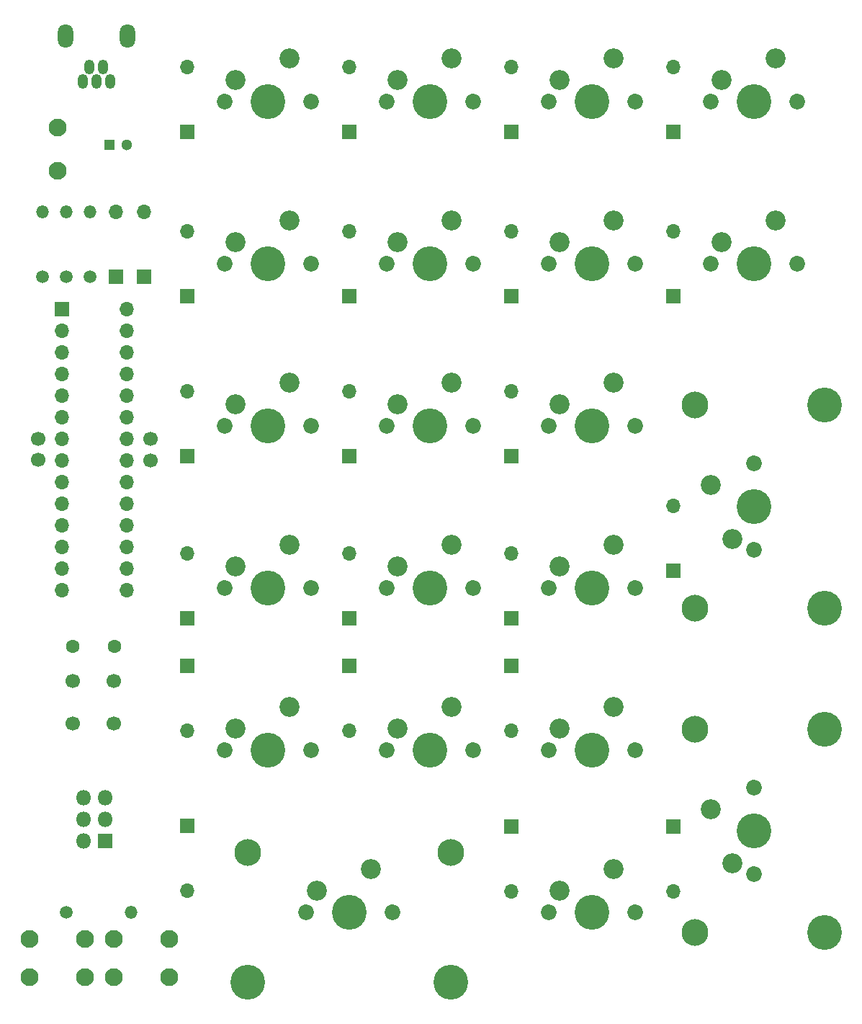
<source format=gbr>
%TF.GenerationSoftware,KiCad,Pcbnew,(5.1.6)-1*%
%TF.CreationDate,2020-06-15T22:18:44+02:00*%
%TF.ProjectId,numpad,6e756d70-6164-42e6-9b69-6361645f7063,rev?*%
%TF.SameCoordinates,Original*%
%TF.FileFunction,Soldermask,Bot*%
%TF.FilePolarity,Negative*%
%FSLAX46Y46*%
G04 Gerber Fmt 4.6, Leading zero omitted, Abs format (unit mm)*
G04 Created by KiCad (PCBNEW (5.1.6)-1) date 2020-06-15 22:18:44*
%MOMM*%
%LPD*%
G01*
G04 APERTURE LIST*
%ADD10O,1.800000X1.800000*%
%ADD11R,1.800000X1.800000*%
%ADD12O,1.700000X1.700000*%
%ADD13R,1.700000X1.700000*%
%ADD14C,2.350000*%
%ADD15C,4.087800*%
%ADD16C,1.850000*%
%ADD17C,3.148000*%
%ADD18C,1.600000*%
%ADD19O,1.200000X1.750000*%
%ADD20O,1.800000X2.800000*%
%ADD21C,2.100000*%
%ADD22O,1.500000X1.500000*%
%ADD23C,1.500000*%
%ADD24C,1.700000*%
%ADD25C,1.300000*%
%ADD26R,1.300000X1.300000*%
G04 APERTURE END LIST*
D10*
%TO.C,J2*%
X89662000Y-134366000D03*
X92202000Y-134366000D03*
X89662000Y-136906000D03*
X92202000Y-136906000D03*
X89662000Y-139446000D03*
D11*
X92202000Y-139446000D03*
%TD*%
D12*
%TO.C,D19*%
X120904000Y-126492000D03*
D13*
X120904000Y-118872000D03*
%TD*%
D14*
%TO.C,MX16*%
X113919000Y-123698000D03*
D15*
X111379000Y-128778000D03*
D14*
X107569000Y-126238000D03*
D16*
X106299000Y-128778000D03*
X116459000Y-128778000D03*
%TD*%
D14*
%TO.C,MX20*%
X152019000Y-142748000D03*
D15*
X149479000Y-147828000D03*
D14*
X145669000Y-145288000D03*
D16*
X144399000Y-147828000D03*
X154559000Y-147828000D03*
%TD*%
D14*
%TO.C,MX19*%
X123444000Y-142748000D03*
D15*
X120904000Y-147828000D03*
D14*
X117094000Y-145288000D03*
D16*
X115824000Y-147828000D03*
X125984000Y-147828000D03*
D17*
X108997750Y-140843000D03*
X132810250Y-140843000D03*
D15*
X108997750Y-156083000D03*
X132810250Y-156083000D03*
%TD*%
D14*
%TO.C,MX18*%
X152019000Y-123698000D03*
D15*
X149479000Y-128778000D03*
D14*
X145669000Y-126238000D03*
D16*
X144399000Y-128778000D03*
X154559000Y-128778000D03*
%TD*%
D14*
%TO.C,MX21*%
X163449000Y-135763000D03*
D15*
X168529000Y-138303000D03*
D14*
X165989000Y-142113000D03*
D16*
X168529000Y-143383000D03*
X168529000Y-133223000D03*
D17*
X161544000Y-150209250D03*
X161544000Y-126396750D03*
D15*
X176784000Y-150209250D03*
X176784000Y-126396750D03*
%TD*%
D14*
%TO.C,MX15*%
X163449000Y-97663000D03*
D15*
X168529000Y-100203000D03*
D14*
X165989000Y-104013000D03*
D16*
X168529000Y-105283000D03*
X168529000Y-95123000D03*
D17*
X161544000Y-112109250D03*
X161544000Y-88296750D03*
D15*
X176784000Y-112109250D03*
X176784000Y-88296750D03*
%TD*%
D12*
%TO.C,D23*%
X159004000Y-145415000D03*
D13*
X159004000Y-137795000D03*
%TD*%
D12*
%TO.C,D22*%
X139954000Y-145415000D03*
D13*
X139954000Y-137795000D03*
%TD*%
D12*
%TO.C,D21*%
X101854000Y-145288000D03*
D13*
X101854000Y-137668000D03*
%TD*%
D12*
%TO.C,D17*%
X159004000Y-100076000D03*
D13*
X159004000Y-107696000D03*
%TD*%
D12*
%TO.C,MCU1*%
X94742000Y-76962000D03*
X87122000Y-109982000D03*
X94742000Y-79502000D03*
X87122000Y-107442000D03*
X94742000Y-82042000D03*
X87122000Y-104902000D03*
X94742000Y-84582000D03*
X87122000Y-102362000D03*
X94742000Y-87122000D03*
X87122000Y-99822000D03*
X94742000Y-89662000D03*
X87122000Y-97282000D03*
X94742000Y-92202000D03*
X87122000Y-94742000D03*
X94742000Y-94742000D03*
X87122000Y-92202000D03*
X94742000Y-97282000D03*
X87122000Y-89662000D03*
X94742000Y-99822000D03*
X87122000Y-87122000D03*
X94742000Y-102362000D03*
X87122000Y-84582000D03*
X94742000Y-104902000D03*
X87122000Y-82042000D03*
X94742000Y-107442000D03*
X87122000Y-79502000D03*
X94742000Y-109982000D03*
D13*
X87122000Y-76962000D03*
%TD*%
D14*
%TO.C,MX5*%
X113919000Y-66548000D03*
D15*
X111379000Y-71628000D03*
D14*
X107569000Y-69088000D03*
D16*
X106299000Y-71628000D03*
X116459000Y-71628000D03*
%TD*%
D14*
%TO.C,MX17*%
X132969000Y-123698000D03*
D15*
X130429000Y-128778000D03*
D14*
X126619000Y-126238000D03*
D16*
X125349000Y-128778000D03*
X135509000Y-128778000D03*
%TD*%
D14*
%TO.C,MX14*%
X152019000Y-104648000D03*
D15*
X149479000Y-109728000D03*
D14*
X145669000Y-107188000D03*
D16*
X144399000Y-109728000D03*
X154559000Y-109728000D03*
%TD*%
D14*
%TO.C,MX13*%
X132969000Y-104648000D03*
D15*
X130429000Y-109728000D03*
D14*
X126619000Y-107188000D03*
D16*
X125349000Y-109728000D03*
X135509000Y-109728000D03*
%TD*%
D14*
%TO.C,MX12*%
X113919000Y-104648000D03*
D15*
X111379000Y-109728000D03*
D14*
X107569000Y-107188000D03*
D16*
X106299000Y-109728000D03*
X116459000Y-109728000D03*
%TD*%
D14*
%TO.C,MX11*%
X152019000Y-85598000D03*
D15*
X149479000Y-90678000D03*
D14*
X145669000Y-88138000D03*
D16*
X144399000Y-90678000D03*
X154559000Y-90678000D03*
%TD*%
D14*
%TO.C,MX10*%
X132969000Y-85598000D03*
D15*
X130429000Y-90678000D03*
D14*
X126619000Y-88138000D03*
D16*
X125349000Y-90678000D03*
X135509000Y-90678000D03*
%TD*%
D14*
%TO.C,MX9*%
X113919000Y-85598000D03*
D15*
X111379000Y-90678000D03*
D14*
X107569000Y-88138000D03*
D16*
X106299000Y-90678000D03*
X116459000Y-90678000D03*
%TD*%
D14*
%TO.C,MX8*%
X171069000Y-66548000D03*
D15*
X168529000Y-71628000D03*
D14*
X164719000Y-69088000D03*
D16*
X163449000Y-71628000D03*
X173609000Y-71628000D03*
%TD*%
D14*
%TO.C,MX7*%
X152019000Y-66548000D03*
D15*
X149479000Y-71628000D03*
D14*
X145669000Y-69088000D03*
D16*
X144399000Y-71628000D03*
X154559000Y-71628000D03*
%TD*%
D14*
%TO.C,MX6*%
X132969000Y-66548000D03*
D15*
X130429000Y-71628000D03*
D14*
X126619000Y-69088000D03*
D16*
X125349000Y-71628000D03*
X135509000Y-71628000D03*
%TD*%
D14*
%TO.C,MX4*%
X171069000Y-47498000D03*
D15*
X168529000Y-52578000D03*
D14*
X164719000Y-50038000D03*
D16*
X163449000Y-52578000D03*
X173609000Y-52578000D03*
%TD*%
D14*
%TO.C,MX3*%
X152019000Y-47498000D03*
D15*
X149479000Y-52578000D03*
D14*
X145669000Y-50038000D03*
D16*
X144399000Y-52578000D03*
X154559000Y-52578000D03*
%TD*%
D14*
%TO.C,MX2*%
X132969000Y-47498000D03*
D15*
X130429000Y-52578000D03*
D14*
X126619000Y-50038000D03*
D16*
X125349000Y-52578000D03*
X135509000Y-52578000D03*
%TD*%
D14*
%TO.C,MX1*%
X113919000Y-47498000D03*
D15*
X111379000Y-52578000D03*
D14*
X107569000Y-50038000D03*
D16*
X106299000Y-52578000D03*
X116459000Y-52578000D03*
%TD*%
D18*
%TO.C,XTAL1*%
X93272000Y-116586000D03*
X88392000Y-116586000D03*
%TD*%
D19*
%TO.C,USB1*%
X92786000Y-50230000D03*
X91986000Y-48530000D03*
X91186000Y-50230000D03*
X90386000Y-48530000D03*
X89586000Y-50230000D03*
D20*
X94836000Y-44930000D03*
X87536000Y-44930000D03*
%TD*%
D21*
%TO.C,BOOT*%
X99718000Y-151003000D03*
X99718000Y-155503000D03*
X93218000Y-151003000D03*
X93218000Y-155503000D03*
%TD*%
%TO.C,RESET*%
X89812000Y-151003000D03*
X89812000Y-155503000D03*
X83312000Y-151003000D03*
X83312000Y-155503000D03*
%TD*%
D22*
%TO.C,R4*%
X95250000Y-147828000D03*
D23*
X87630000Y-147828000D03*
%TD*%
D22*
%TO.C,R3*%
X90424000Y-65532000D03*
D23*
X90424000Y-73152000D03*
%TD*%
D22*
%TO.C,R2*%
X87630000Y-65532000D03*
D23*
X87630000Y-73152000D03*
%TD*%
D22*
%TO.C,R1*%
X84836000Y-65532000D03*
D23*
X84836000Y-73152000D03*
%TD*%
D21*
%TO.C,F1*%
X86624000Y-55626000D03*
X86614000Y-60706000D03*
%TD*%
D12*
%TO.C,D20*%
X139954000Y-126492000D03*
D13*
X139954000Y-118872000D03*
%TD*%
D12*
%TO.C,D18*%
X101854000Y-126492000D03*
D13*
X101854000Y-118872000D03*
%TD*%
D12*
%TO.C,D16*%
X139954000Y-105664000D03*
D13*
X139954000Y-113284000D03*
%TD*%
D12*
%TO.C,D15*%
X120904000Y-105664000D03*
D13*
X120904000Y-113284000D03*
%TD*%
D12*
%TO.C,D14*%
X101854000Y-105664000D03*
D13*
X101854000Y-113284000D03*
%TD*%
D12*
%TO.C,D13*%
X139954000Y-86614000D03*
D13*
X139954000Y-94234000D03*
%TD*%
D12*
%TO.C,D12*%
X120904000Y-86614000D03*
D13*
X120904000Y-94234000D03*
%TD*%
D12*
%TO.C,D11*%
X101854000Y-86614000D03*
D13*
X101854000Y-94234000D03*
%TD*%
D12*
%TO.C,D10*%
X159004000Y-67818000D03*
D13*
X159004000Y-75438000D03*
%TD*%
D12*
%TO.C,D9*%
X139954000Y-67818000D03*
D13*
X139954000Y-75438000D03*
%TD*%
D12*
%TO.C,D8*%
X120904000Y-67818000D03*
D13*
X120904000Y-75438000D03*
%TD*%
D12*
%TO.C,D7*%
X101854000Y-67818000D03*
D13*
X101854000Y-75438000D03*
%TD*%
D12*
%TO.C,D6*%
X159004000Y-48514000D03*
D13*
X159004000Y-56134000D03*
%TD*%
D12*
%TO.C,D5*%
X139954000Y-48514000D03*
D13*
X139954000Y-56134000D03*
%TD*%
D12*
%TO.C,D4*%
X120904000Y-48514000D03*
D13*
X120904000Y-56134000D03*
%TD*%
D12*
%TO.C,D3*%
X101854000Y-48514000D03*
D13*
X101854000Y-56134000D03*
%TD*%
D12*
%TO.C,D2*%
X93472000Y-65532000D03*
D13*
X93472000Y-73152000D03*
%TD*%
D12*
%TO.C,D1*%
X96774000Y-65532000D03*
D13*
X96774000Y-73152000D03*
%TD*%
D24*
%TO.C,C5*%
X88392000Y-125650000D03*
X88392000Y-120650000D03*
%TD*%
%TO.C,C4*%
X93218000Y-125650000D03*
X93218000Y-120650000D03*
%TD*%
%TO.C,C3*%
X97536000Y-92242000D03*
X97536000Y-94742000D03*
%TD*%
%TO.C,C2*%
X84328000Y-94702000D03*
X84328000Y-92202000D03*
%TD*%
D25*
%TO.C,C1*%
X94710000Y-57658000D03*
D26*
X92710000Y-57658000D03*
%TD*%
M02*

</source>
